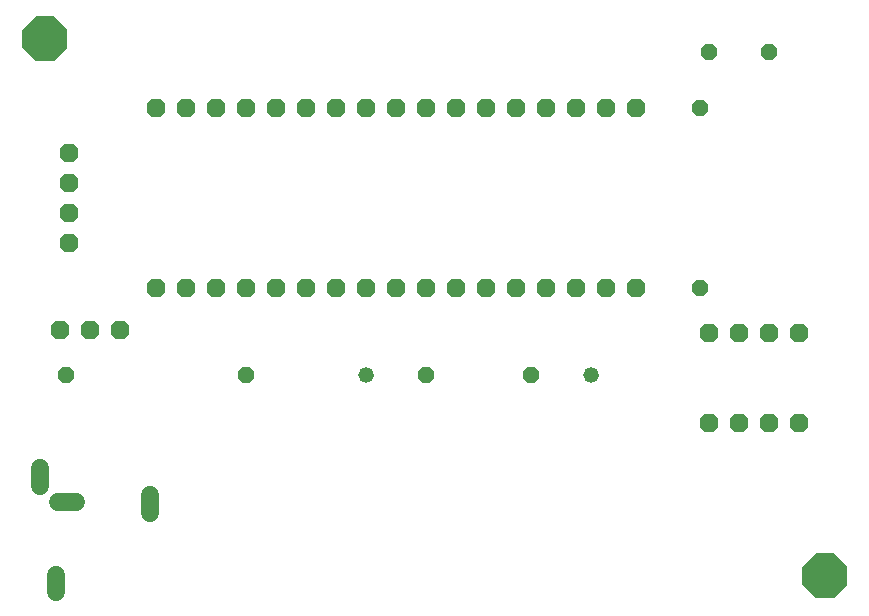
<source format=gbr>
G04 EAGLE Gerber RS-274X export*
G75*
%MOMM*%
%FSLAX34Y34*%
%LPD*%
%INTop Copper*%
%IPPOS*%
%AMOC8*
5,1,8,0,0,1.08239X$1,22.5*%
G01*
%ADD10P,1.732040X8X22.500000*%
%ADD11C,1.320800*%
%ADD12P,1.429621X8X22.500000*%
%ADD13P,1.429621X8X202.500000*%
%ADD14C,1.508000*%
%ADD15P,1.429621X8X112.500000*%
%ADD16P,4.123906X8X22.500000*%


D10*
X108200Y253600D03*
D11*
X317100Y215500D03*
D12*
X367900Y215500D03*
D11*
X507600Y215500D03*
D13*
X456800Y215500D03*
X657700Y489100D03*
X606900Y489100D03*
D10*
X606900Y175100D03*
X632300Y175100D03*
X683100Y251300D03*
X657700Y251300D03*
X657700Y175100D03*
X683100Y175100D03*
X632300Y251300D03*
X606900Y251300D03*
D14*
X133900Y113440D02*
X133900Y98360D01*
X40900Y121360D02*
X40900Y136440D01*
X53900Y46440D02*
X53900Y31360D01*
X56360Y107900D02*
X71440Y107900D01*
D10*
X57400Y253600D03*
D13*
X215500Y215500D03*
X63100Y215500D03*
D15*
X599400Y289300D03*
X599400Y441700D03*
D10*
X82800Y253600D03*
X139300Y289400D03*
X164700Y289400D03*
X190100Y289400D03*
X215500Y289400D03*
X240900Y289400D03*
X291700Y289400D03*
X317100Y289400D03*
X342500Y289400D03*
X367900Y289400D03*
X393300Y289400D03*
X418700Y289400D03*
X444100Y289400D03*
X469500Y289400D03*
X494900Y289400D03*
X545700Y289400D03*
X266300Y289400D03*
X520300Y289400D03*
X139300Y441800D03*
X164700Y441800D03*
X240900Y441800D03*
X266300Y441800D03*
X291700Y441800D03*
X317100Y441800D03*
X342500Y441800D03*
X367900Y441800D03*
X393300Y441800D03*
X418700Y441800D03*
X444100Y441800D03*
X494900Y441800D03*
X520300Y441800D03*
X545700Y441800D03*
X190100Y441800D03*
X215500Y441800D03*
X469500Y441800D03*
X65400Y378300D03*
X65400Y403700D03*
X65400Y327500D03*
X65400Y352900D03*
D16*
X45000Y500000D03*
X705000Y45000D03*
M02*

</source>
